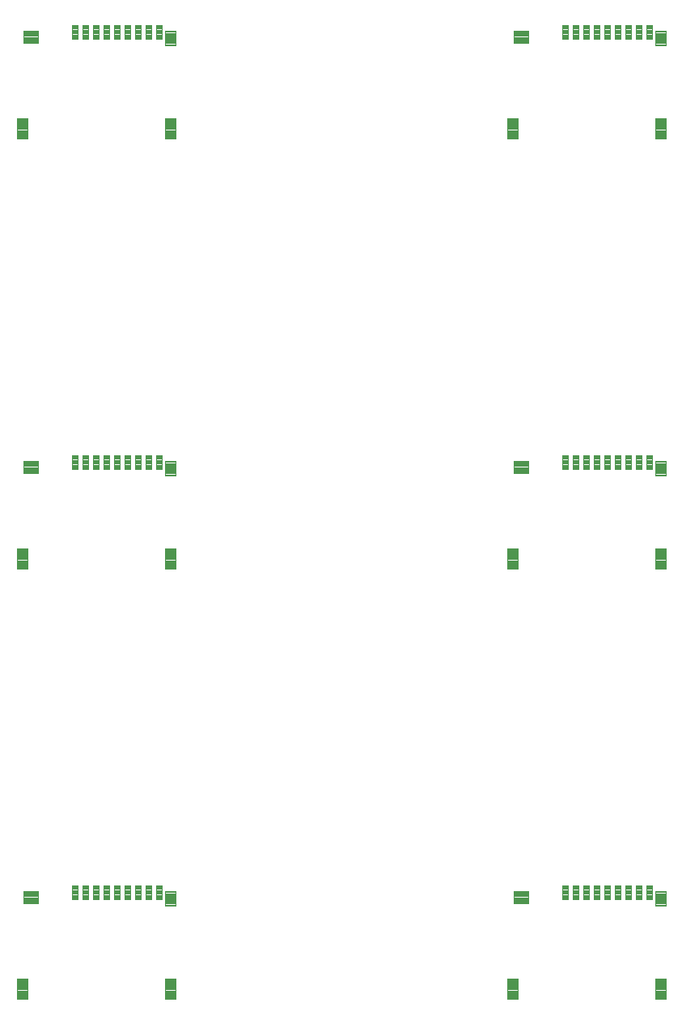
<source format=gbp>
G04 EAGLE Gerber RS-274X export*
G75*
%MOMM*%
%FSLAX34Y34*%
%LPD*%
%INSolderpaste Bottom*%
%IPPOS*%
%AMOC8*
5,1,8,0,0,1.08239X$1,22.5*%
G01*
%ADD10C,0.105000*%
%ADD11C,0.096000*%
%ADD12C,0.098000*%


D10*
X246950Y153623D02*
X246950Y138673D01*
X241000Y138673D01*
X241000Y153623D01*
X246950Y153623D01*
X246950Y139670D02*
X241000Y139670D01*
X241000Y140667D02*
X246950Y140667D01*
X246950Y141664D02*
X241000Y141664D01*
X241000Y142661D02*
X246950Y142661D01*
X246950Y143658D02*
X241000Y143658D01*
X241000Y144655D02*
X246950Y144655D01*
X246950Y145652D02*
X241000Y145652D01*
X241000Y146649D02*
X246950Y146649D01*
X246950Y147646D02*
X241000Y147646D01*
X241000Y148643D02*
X246950Y148643D01*
X246950Y149640D02*
X241000Y149640D01*
X241000Y150637D02*
X246950Y150637D01*
X246950Y151634D02*
X241000Y151634D01*
X241000Y152631D02*
X246950Y152631D01*
X235950Y153623D02*
X235950Y138673D01*
X230000Y138673D01*
X230000Y153623D01*
X235950Y153623D01*
X235950Y139670D02*
X230000Y139670D01*
X230000Y140667D02*
X235950Y140667D01*
X235950Y141664D02*
X230000Y141664D01*
X230000Y142661D02*
X235950Y142661D01*
X235950Y143658D02*
X230000Y143658D01*
X230000Y144655D02*
X235950Y144655D01*
X235950Y145652D02*
X230000Y145652D01*
X230000Y146649D02*
X235950Y146649D01*
X235950Y147646D02*
X230000Y147646D01*
X230000Y148643D02*
X235950Y148643D01*
X235950Y149640D02*
X230000Y149640D01*
X230000Y150637D02*
X235950Y150637D01*
X235950Y151634D02*
X230000Y151634D01*
X230000Y152631D02*
X235950Y152631D01*
X224950Y153623D02*
X224950Y138673D01*
X219000Y138673D01*
X219000Y153623D01*
X224950Y153623D01*
X224950Y139670D02*
X219000Y139670D01*
X219000Y140667D02*
X224950Y140667D01*
X224950Y141664D02*
X219000Y141664D01*
X219000Y142661D02*
X224950Y142661D01*
X224950Y143658D02*
X219000Y143658D01*
X219000Y144655D02*
X224950Y144655D01*
X224950Y145652D02*
X219000Y145652D01*
X219000Y146649D02*
X224950Y146649D01*
X224950Y147646D02*
X219000Y147646D01*
X219000Y148643D02*
X224950Y148643D01*
X224950Y149640D02*
X219000Y149640D01*
X219000Y150637D02*
X224950Y150637D01*
X224950Y151634D02*
X219000Y151634D01*
X219000Y152631D02*
X224950Y152631D01*
X257950Y153623D02*
X257950Y138673D01*
X252000Y138673D01*
X252000Y153623D01*
X257950Y153623D01*
X257950Y139670D02*
X252000Y139670D01*
X252000Y140667D02*
X257950Y140667D01*
X257950Y141664D02*
X252000Y141664D01*
X252000Y142661D02*
X257950Y142661D01*
X257950Y143658D02*
X252000Y143658D01*
X252000Y144655D02*
X257950Y144655D01*
X257950Y145652D02*
X252000Y145652D01*
X252000Y146649D02*
X257950Y146649D01*
X257950Y147646D02*
X252000Y147646D01*
X252000Y148643D02*
X257950Y148643D01*
X257950Y149640D02*
X252000Y149640D01*
X252000Y150637D02*
X257950Y150637D01*
X257950Y151634D02*
X252000Y151634D01*
X252000Y152631D02*
X257950Y152631D01*
X268950Y153623D02*
X268950Y138673D01*
X263000Y138673D01*
X263000Y153623D01*
X268950Y153623D01*
X268950Y139670D02*
X263000Y139670D01*
X263000Y140667D02*
X268950Y140667D01*
X268950Y141664D02*
X263000Y141664D01*
X263000Y142661D02*
X268950Y142661D01*
X268950Y143658D02*
X263000Y143658D01*
X263000Y144655D02*
X268950Y144655D01*
X268950Y145652D02*
X263000Y145652D01*
X263000Y146649D02*
X268950Y146649D01*
X268950Y147646D02*
X263000Y147646D01*
X263000Y148643D02*
X268950Y148643D01*
X268950Y149640D02*
X263000Y149640D01*
X263000Y150637D02*
X268950Y150637D01*
X268950Y151634D02*
X263000Y151634D01*
X263000Y152631D02*
X268950Y152631D01*
X279950Y153623D02*
X279950Y138673D01*
X274000Y138673D01*
X274000Y153623D01*
X279950Y153623D01*
X279950Y139670D02*
X274000Y139670D01*
X274000Y140667D02*
X279950Y140667D01*
X279950Y141664D02*
X274000Y141664D01*
X274000Y142661D02*
X279950Y142661D01*
X279950Y143658D02*
X274000Y143658D01*
X274000Y144655D02*
X279950Y144655D01*
X279950Y145652D02*
X274000Y145652D01*
X274000Y146649D02*
X279950Y146649D01*
X279950Y147646D02*
X274000Y147646D01*
X274000Y148643D02*
X279950Y148643D01*
X279950Y149640D02*
X274000Y149640D01*
X274000Y150637D02*
X279950Y150637D01*
X279950Y151634D02*
X274000Y151634D01*
X274000Y152631D02*
X279950Y152631D01*
X290950Y153623D02*
X290950Y138673D01*
X285000Y138673D01*
X285000Y153623D01*
X290950Y153623D01*
X290950Y139670D02*
X285000Y139670D01*
X285000Y140667D02*
X290950Y140667D01*
X290950Y141664D02*
X285000Y141664D01*
X285000Y142661D02*
X290950Y142661D01*
X290950Y143658D02*
X285000Y143658D01*
X285000Y144655D02*
X290950Y144655D01*
X290950Y145652D02*
X285000Y145652D01*
X285000Y146649D02*
X290950Y146649D01*
X290950Y147646D02*
X285000Y147646D01*
X285000Y148643D02*
X290950Y148643D01*
X290950Y149640D02*
X285000Y149640D01*
X285000Y150637D02*
X290950Y150637D01*
X290950Y151634D02*
X285000Y151634D01*
X285000Y152631D02*
X290950Y152631D01*
X301950Y153623D02*
X301950Y138673D01*
X296000Y138673D01*
X296000Y153623D01*
X301950Y153623D01*
X301950Y139670D02*
X296000Y139670D01*
X296000Y140667D02*
X301950Y140667D01*
X301950Y141664D02*
X296000Y141664D01*
X296000Y142661D02*
X301950Y142661D01*
X301950Y143658D02*
X296000Y143658D01*
X296000Y144655D02*
X301950Y144655D01*
X301950Y145652D02*
X296000Y145652D01*
X296000Y146649D02*
X301950Y146649D01*
X301950Y147646D02*
X296000Y147646D01*
X296000Y148643D02*
X301950Y148643D01*
X301950Y149640D02*
X296000Y149640D01*
X296000Y150637D02*
X301950Y150637D01*
X301950Y151634D02*
X296000Y151634D01*
X296000Y152631D02*
X301950Y152631D01*
X312950Y153623D02*
X312950Y138673D01*
X307000Y138673D01*
X307000Y153623D01*
X312950Y153623D01*
X312950Y139670D02*
X307000Y139670D01*
X307000Y140667D02*
X312950Y140667D01*
X312950Y141664D02*
X307000Y141664D01*
X307000Y142661D02*
X312950Y142661D01*
X312950Y143658D02*
X307000Y143658D01*
X307000Y144655D02*
X312950Y144655D01*
X312950Y145652D02*
X307000Y145652D01*
X307000Y146649D02*
X312950Y146649D01*
X312950Y147646D02*
X307000Y147646D01*
X307000Y148643D02*
X312950Y148643D01*
X312950Y149640D02*
X307000Y149640D01*
X307000Y150637D02*
X312950Y150637D01*
X312950Y151634D02*
X307000Y151634D01*
X307000Y152631D02*
X312950Y152631D01*
D11*
X172495Y55668D02*
X161455Y55668D01*
X172495Y55668D02*
X172495Y34628D01*
X161455Y34628D01*
X161455Y55668D01*
X161455Y35540D02*
X172495Y35540D01*
X172495Y36452D02*
X161455Y36452D01*
X161455Y37364D02*
X172495Y37364D01*
X172495Y38276D02*
X161455Y38276D01*
X161455Y39188D02*
X172495Y39188D01*
X172495Y40100D02*
X161455Y40100D01*
X161455Y41012D02*
X172495Y41012D01*
X172495Y41924D02*
X161455Y41924D01*
X161455Y42836D02*
X172495Y42836D01*
X172495Y43748D02*
X161455Y43748D01*
X161455Y44660D02*
X172495Y44660D01*
X172495Y45572D02*
X161455Y45572D01*
X161455Y46484D02*
X172495Y46484D01*
X172495Y47396D02*
X161455Y47396D01*
X161455Y48308D02*
X172495Y48308D01*
X172495Y49220D02*
X161455Y49220D01*
X161455Y50132D02*
X172495Y50132D01*
X172495Y51044D02*
X161455Y51044D01*
X161455Y51956D02*
X172495Y51956D01*
X172495Y52868D02*
X161455Y52868D01*
X161455Y53780D02*
X172495Y53780D01*
X172495Y54692D02*
X161455Y54692D01*
X161455Y55604D02*
X172495Y55604D01*
X316455Y55668D02*
X327495Y55668D01*
X327495Y34628D01*
X316455Y34628D01*
X316455Y55668D01*
X316455Y35540D02*
X327495Y35540D01*
X327495Y36452D02*
X316455Y36452D01*
X316455Y37364D02*
X327495Y37364D01*
X327495Y38276D02*
X316455Y38276D01*
X316455Y39188D02*
X327495Y39188D01*
X327495Y40100D02*
X316455Y40100D01*
X316455Y41012D02*
X327495Y41012D01*
X327495Y41924D02*
X316455Y41924D01*
X316455Y42836D02*
X327495Y42836D01*
X327495Y43748D02*
X316455Y43748D01*
X316455Y44660D02*
X327495Y44660D01*
X327495Y45572D02*
X316455Y45572D01*
X316455Y46484D02*
X327495Y46484D01*
X327495Y47396D02*
X316455Y47396D01*
X316455Y48308D02*
X327495Y48308D01*
X327495Y49220D02*
X316455Y49220D01*
X316455Y50132D02*
X327495Y50132D01*
X327495Y51044D02*
X316455Y51044D01*
X316455Y51956D02*
X327495Y51956D01*
X327495Y52868D02*
X316455Y52868D01*
X316455Y53780D02*
X327495Y53780D01*
X327495Y54692D02*
X316455Y54692D01*
X316455Y55604D02*
X327495Y55604D01*
D12*
X183485Y147658D02*
X168465Y147658D01*
X183485Y147658D02*
X183485Y134638D01*
X168465Y134638D01*
X168465Y147658D01*
X168465Y135569D02*
X183485Y135569D01*
X183485Y136500D02*
X168465Y136500D01*
X168465Y137431D02*
X183485Y137431D01*
X183485Y138362D02*
X168465Y138362D01*
X168465Y139293D02*
X183485Y139293D01*
X183485Y140224D02*
X168465Y140224D01*
X168465Y141155D02*
X183485Y141155D01*
X183485Y142086D02*
X168465Y142086D01*
X168465Y143017D02*
X183485Y143017D01*
X183485Y143948D02*
X168465Y143948D01*
X168465Y144879D02*
X183485Y144879D01*
X183485Y145810D02*
X168465Y145810D01*
X168465Y146741D02*
X183485Y146741D01*
D11*
X316455Y147668D02*
X327495Y147668D01*
X327495Y132628D01*
X316455Y132628D01*
X316455Y147668D01*
X316455Y133540D02*
X327495Y133540D01*
X327495Y134452D02*
X316455Y134452D01*
X316455Y135364D02*
X327495Y135364D01*
X327495Y136276D02*
X316455Y136276D01*
X316455Y137188D02*
X327495Y137188D01*
X327495Y138100D02*
X316455Y138100D01*
X316455Y139012D02*
X327495Y139012D01*
X327495Y139924D02*
X316455Y139924D01*
X316455Y140836D02*
X327495Y140836D01*
X327495Y141748D02*
X316455Y141748D01*
X316455Y142660D02*
X327495Y142660D01*
X327495Y143572D02*
X316455Y143572D01*
X316455Y144484D02*
X327495Y144484D01*
X327495Y145396D02*
X316455Y145396D01*
X316455Y146308D02*
X327495Y146308D01*
X327495Y147220D02*
X316455Y147220D01*
D10*
X760030Y153623D02*
X760030Y138673D01*
X754080Y138673D01*
X754080Y153623D01*
X760030Y153623D01*
X760030Y139670D02*
X754080Y139670D01*
X754080Y140667D02*
X760030Y140667D01*
X760030Y141664D02*
X754080Y141664D01*
X754080Y142661D02*
X760030Y142661D01*
X760030Y143658D02*
X754080Y143658D01*
X754080Y144655D02*
X760030Y144655D01*
X760030Y145652D02*
X754080Y145652D01*
X754080Y146649D02*
X760030Y146649D01*
X760030Y147646D02*
X754080Y147646D01*
X754080Y148643D02*
X760030Y148643D01*
X760030Y149640D02*
X754080Y149640D01*
X754080Y150637D02*
X760030Y150637D01*
X760030Y151634D02*
X754080Y151634D01*
X754080Y152631D02*
X760030Y152631D01*
X749030Y153623D02*
X749030Y138673D01*
X743080Y138673D01*
X743080Y153623D01*
X749030Y153623D01*
X749030Y139670D02*
X743080Y139670D01*
X743080Y140667D02*
X749030Y140667D01*
X749030Y141664D02*
X743080Y141664D01*
X743080Y142661D02*
X749030Y142661D01*
X749030Y143658D02*
X743080Y143658D01*
X743080Y144655D02*
X749030Y144655D01*
X749030Y145652D02*
X743080Y145652D01*
X743080Y146649D02*
X749030Y146649D01*
X749030Y147646D02*
X743080Y147646D01*
X743080Y148643D02*
X749030Y148643D01*
X749030Y149640D02*
X743080Y149640D01*
X743080Y150637D02*
X749030Y150637D01*
X749030Y151634D02*
X743080Y151634D01*
X743080Y152631D02*
X749030Y152631D01*
X738030Y153623D02*
X738030Y138673D01*
X732080Y138673D01*
X732080Y153623D01*
X738030Y153623D01*
X738030Y139670D02*
X732080Y139670D01*
X732080Y140667D02*
X738030Y140667D01*
X738030Y141664D02*
X732080Y141664D01*
X732080Y142661D02*
X738030Y142661D01*
X738030Y143658D02*
X732080Y143658D01*
X732080Y144655D02*
X738030Y144655D01*
X738030Y145652D02*
X732080Y145652D01*
X732080Y146649D02*
X738030Y146649D01*
X738030Y147646D02*
X732080Y147646D01*
X732080Y148643D02*
X738030Y148643D01*
X738030Y149640D02*
X732080Y149640D01*
X732080Y150637D02*
X738030Y150637D01*
X738030Y151634D02*
X732080Y151634D01*
X732080Y152631D02*
X738030Y152631D01*
X771030Y153623D02*
X771030Y138673D01*
X765080Y138673D01*
X765080Y153623D01*
X771030Y153623D01*
X771030Y139670D02*
X765080Y139670D01*
X765080Y140667D02*
X771030Y140667D01*
X771030Y141664D02*
X765080Y141664D01*
X765080Y142661D02*
X771030Y142661D01*
X771030Y143658D02*
X765080Y143658D01*
X765080Y144655D02*
X771030Y144655D01*
X771030Y145652D02*
X765080Y145652D01*
X765080Y146649D02*
X771030Y146649D01*
X771030Y147646D02*
X765080Y147646D01*
X765080Y148643D02*
X771030Y148643D01*
X771030Y149640D02*
X765080Y149640D01*
X765080Y150637D02*
X771030Y150637D01*
X771030Y151634D02*
X765080Y151634D01*
X765080Y152631D02*
X771030Y152631D01*
X782030Y153623D02*
X782030Y138673D01*
X776080Y138673D01*
X776080Y153623D01*
X782030Y153623D01*
X782030Y139670D02*
X776080Y139670D01*
X776080Y140667D02*
X782030Y140667D01*
X782030Y141664D02*
X776080Y141664D01*
X776080Y142661D02*
X782030Y142661D01*
X782030Y143658D02*
X776080Y143658D01*
X776080Y144655D02*
X782030Y144655D01*
X782030Y145652D02*
X776080Y145652D01*
X776080Y146649D02*
X782030Y146649D01*
X782030Y147646D02*
X776080Y147646D01*
X776080Y148643D02*
X782030Y148643D01*
X782030Y149640D02*
X776080Y149640D01*
X776080Y150637D02*
X782030Y150637D01*
X782030Y151634D02*
X776080Y151634D01*
X776080Y152631D02*
X782030Y152631D01*
X793030Y153623D02*
X793030Y138673D01*
X787080Y138673D01*
X787080Y153623D01*
X793030Y153623D01*
X793030Y139670D02*
X787080Y139670D01*
X787080Y140667D02*
X793030Y140667D01*
X793030Y141664D02*
X787080Y141664D01*
X787080Y142661D02*
X793030Y142661D01*
X793030Y143658D02*
X787080Y143658D01*
X787080Y144655D02*
X793030Y144655D01*
X793030Y145652D02*
X787080Y145652D01*
X787080Y146649D02*
X793030Y146649D01*
X793030Y147646D02*
X787080Y147646D01*
X787080Y148643D02*
X793030Y148643D01*
X793030Y149640D02*
X787080Y149640D01*
X787080Y150637D02*
X793030Y150637D01*
X793030Y151634D02*
X787080Y151634D01*
X787080Y152631D02*
X793030Y152631D01*
X804030Y153623D02*
X804030Y138673D01*
X798080Y138673D01*
X798080Y153623D01*
X804030Y153623D01*
X804030Y139670D02*
X798080Y139670D01*
X798080Y140667D02*
X804030Y140667D01*
X804030Y141664D02*
X798080Y141664D01*
X798080Y142661D02*
X804030Y142661D01*
X804030Y143658D02*
X798080Y143658D01*
X798080Y144655D02*
X804030Y144655D01*
X804030Y145652D02*
X798080Y145652D01*
X798080Y146649D02*
X804030Y146649D01*
X804030Y147646D02*
X798080Y147646D01*
X798080Y148643D02*
X804030Y148643D01*
X804030Y149640D02*
X798080Y149640D01*
X798080Y150637D02*
X804030Y150637D01*
X804030Y151634D02*
X798080Y151634D01*
X798080Y152631D02*
X804030Y152631D01*
X815030Y153623D02*
X815030Y138673D01*
X809080Y138673D01*
X809080Y153623D01*
X815030Y153623D01*
X815030Y139670D02*
X809080Y139670D01*
X809080Y140667D02*
X815030Y140667D01*
X815030Y141664D02*
X809080Y141664D01*
X809080Y142661D02*
X815030Y142661D01*
X815030Y143658D02*
X809080Y143658D01*
X809080Y144655D02*
X815030Y144655D01*
X815030Y145652D02*
X809080Y145652D01*
X809080Y146649D02*
X815030Y146649D01*
X815030Y147646D02*
X809080Y147646D01*
X809080Y148643D02*
X815030Y148643D01*
X815030Y149640D02*
X809080Y149640D01*
X809080Y150637D02*
X815030Y150637D01*
X815030Y151634D02*
X809080Y151634D01*
X809080Y152631D02*
X815030Y152631D01*
X826030Y153623D02*
X826030Y138673D01*
X820080Y138673D01*
X820080Y153623D01*
X826030Y153623D01*
X826030Y139670D02*
X820080Y139670D01*
X820080Y140667D02*
X826030Y140667D01*
X826030Y141664D02*
X820080Y141664D01*
X820080Y142661D02*
X826030Y142661D01*
X826030Y143658D02*
X820080Y143658D01*
X820080Y144655D02*
X826030Y144655D01*
X826030Y145652D02*
X820080Y145652D01*
X820080Y146649D02*
X826030Y146649D01*
X826030Y147646D02*
X820080Y147646D01*
X820080Y148643D02*
X826030Y148643D01*
X826030Y149640D02*
X820080Y149640D01*
X820080Y150637D02*
X826030Y150637D01*
X826030Y151634D02*
X820080Y151634D01*
X820080Y152631D02*
X826030Y152631D01*
D11*
X685575Y55668D02*
X674535Y55668D01*
X685575Y55668D02*
X685575Y34628D01*
X674535Y34628D01*
X674535Y55668D01*
X674535Y35540D02*
X685575Y35540D01*
X685575Y36452D02*
X674535Y36452D01*
X674535Y37364D02*
X685575Y37364D01*
X685575Y38276D02*
X674535Y38276D01*
X674535Y39188D02*
X685575Y39188D01*
X685575Y40100D02*
X674535Y40100D01*
X674535Y41012D02*
X685575Y41012D01*
X685575Y41924D02*
X674535Y41924D01*
X674535Y42836D02*
X685575Y42836D01*
X685575Y43748D02*
X674535Y43748D01*
X674535Y44660D02*
X685575Y44660D01*
X685575Y45572D02*
X674535Y45572D01*
X674535Y46484D02*
X685575Y46484D01*
X685575Y47396D02*
X674535Y47396D01*
X674535Y48308D02*
X685575Y48308D01*
X685575Y49220D02*
X674535Y49220D01*
X674535Y50132D02*
X685575Y50132D01*
X685575Y51044D02*
X674535Y51044D01*
X674535Y51956D02*
X685575Y51956D01*
X685575Y52868D02*
X674535Y52868D01*
X674535Y53780D02*
X685575Y53780D01*
X685575Y54692D02*
X674535Y54692D01*
X674535Y55604D02*
X685575Y55604D01*
X829535Y55668D02*
X840575Y55668D01*
X840575Y34628D01*
X829535Y34628D01*
X829535Y55668D01*
X829535Y35540D02*
X840575Y35540D01*
X840575Y36452D02*
X829535Y36452D01*
X829535Y37364D02*
X840575Y37364D01*
X840575Y38276D02*
X829535Y38276D01*
X829535Y39188D02*
X840575Y39188D01*
X840575Y40100D02*
X829535Y40100D01*
X829535Y41012D02*
X840575Y41012D01*
X840575Y41924D02*
X829535Y41924D01*
X829535Y42836D02*
X840575Y42836D01*
X840575Y43748D02*
X829535Y43748D01*
X829535Y44660D02*
X840575Y44660D01*
X840575Y45572D02*
X829535Y45572D01*
X829535Y46484D02*
X840575Y46484D01*
X840575Y47396D02*
X829535Y47396D01*
X829535Y48308D02*
X840575Y48308D01*
X840575Y49220D02*
X829535Y49220D01*
X829535Y50132D02*
X840575Y50132D01*
X840575Y51044D02*
X829535Y51044D01*
X829535Y51956D02*
X840575Y51956D01*
X840575Y52868D02*
X829535Y52868D01*
X829535Y53780D02*
X840575Y53780D01*
X840575Y54692D02*
X829535Y54692D01*
X829535Y55604D02*
X840575Y55604D01*
D12*
X696565Y147658D02*
X681545Y147658D01*
X696565Y147658D02*
X696565Y134638D01*
X681545Y134638D01*
X681545Y147658D01*
X681545Y135569D02*
X696565Y135569D01*
X696565Y136500D02*
X681545Y136500D01*
X681545Y137431D02*
X696565Y137431D01*
X696565Y138362D02*
X681545Y138362D01*
X681545Y139293D02*
X696565Y139293D01*
X696565Y140224D02*
X681545Y140224D01*
X681545Y141155D02*
X696565Y141155D01*
X696565Y142086D02*
X681545Y142086D01*
X681545Y143017D02*
X696565Y143017D01*
X696565Y143948D02*
X681545Y143948D01*
X681545Y144879D02*
X696565Y144879D01*
X696565Y145810D02*
X681545Y145810D01*
X681545Y146741D02*
X696565Y146741D01*
D11*
X829535Y147668D02*
X840575Y147668D01*
X840575Y132628D01*
X829535Y132628D01*
X829535Y147668D01*
X829535Y133540D02*
X840575Y133540D01*
X840575Y134452D02*
X829535Y134452D01*
X829535Y135364D02*
X840575Y135364D01*
X840575Y136276D02*
X829535Y136276D01*
X829535Y137188D02*
X840575Y137188D01*
X840575Y138100D02*
X829535Y138100D01*
X829535Y139012D02*
X840575Y139012D01*
X840575Y139924D02*
X829535Y139924D01*
X829535Y140836D02*
X840575Y140836D01*
X840575Y141748D02*
X829535Y141748D01*
X829535Y142660D02*
X840575Y142660D01*
X840575Y143572D02*
X829535Y143572D01*
X829535Y144484D02*
X840575Y144484D01*
X840575Y145396D02*
X829535Y145396D01*
X829535Y146308D02*
X840575Y146308D01*
X840575Y147220D02*
X829535Y147220D01*
D10*
X246950Y588253D02*
X246950Y603203D01*
X246950Y588253D02*
X241000Y588253D01*
X241000Y603203D01*
X246950Y603203D01*
X246950Y589250D02*
X241000Y589250D01*
X241000Y590247D02*
X246950Y590247D01*
X246950Y591244D02*
X241000Y591244D01*
X241000Y592241D02*
X246950Y592241D01*
X246950Y593238D02*
X241000Y593238D01*
X241000Y594235D02*
X246950Y594235D01*
X246950Y595232D02*
X241000Y595232D01*
X241000Y596229D02*
X246950Y596229D01*
X246950Y597226D02*
X241000Y597226D01*
X241000Y598223D02*
X246950Y598223D01*
X246950Y599220D02*
X241000Y599220D01*
X241000Y600217D02*
X246950Y600217D01*
X246950Y601214D02*
X241000Y601214D01*
X241000Y602211D02*
X246950Y602211D01*
X235950Y603203D02*
X235950Y588253D01*
X230000Y588253D01*
X230000Y603203D01*
X235950Y603203D01*
X235950Y589250D02*
X230000Y589250D01*
X230000Y590247D02*
X235950Y590247D01*
X235950Y591244D02*
X230000Y591244D01*
X230000Y592241D02*
X235950Y592241D01*
X235950Y593238D02*
X230000Y593238D01*
X230000Y594235D02*
X235950Y594235D01*
X235950Y595232D02*
X230000Y595232D01*
X230000Y596229D02*
X235950Y596229D01*
X235950Y597226D02*
X230000Y597226D01*
X230000Y598223D02*
X235950Y598223D01*
X235950Y599220D02*
X230000Y599220D01*
X230000Y600217D02*
X235950Y600217D01*
X235950Y601214D02*
X230000Y601214D01*
X230000Y602211D02*
X235950Y602211D01*
X224950Y603203D02*
X224950Y588253D01*
X219000Y588253D01*
X219000Y603203D01*
X224950Y603203D01*
X224950Y589250D02*
X219000Y589250D01*
X219000Y590247D02*
X224950Y590247D01*
X224950Y591244D02*
X219000Y591244D01*
X219000Y592241D02*
X224950Y592241D01*
X224950Y593238D02*
X219000Y593238D01*
X219000Y594235D02*
X224950Y594235D01*
X224950Y595232D02*
X219000Y595232D01*
X219000Y596229D02*
X224950Y596229D01*
X224950Y597226D02*
X219000Y597226D01*
X219000Y598223D02*
X224950Y598223D01*
X224950Y599220D02*
X219000Y599220D01*
X219000Y600217D02*
X224950Y600217D01*
X224950Y601214D02*
X219000Y601214D01*
X219000Y602211D02*
X224950Y602211D01*
X257950Y603203D02*
X257950Y588253D01*
X252000Y588253D01*
X252000Y603203D01*
X257950Y603203D01*
X257950Y589250D02*
X252000Y589250D01*
X252000Y590247D02*
X257950Y590247D01*
X257950Y591244D02*
X252000Y591244D01*
X252000Y592241D02*
X257950Y592241D01*
X257950Y593238D02*
X252000Y593238D01*
X252000Y594235D02*
X257950Y594235D01*
X257950Y595232D02*
X252000Y595232D01*
X252000Y596229D02*
X257950Y596229D01*
X257950Y597226D02*
X252000Y597226D01*
X252000Y598223D02*
X257950Y598223D01*
X257950Y599220D02*
X252000Y599220D01*
X252000Y600217D02*
X257950Y600217D01*
X257950Y601214D02*
X252000Y601214D01*
X252000Y602211D02*
X257950Y602211D01*
X268950Y603203D02*
X268950Y588253D01*
X263000Y588253D01*
X263000Y603203D01*
X268950Y603203D01*
X268950Y589250D02*
X263000Y589250D01*
X263000Y590247D02*
X268950Y590247D01*
X268950Y591244D02*
X263000Y591244D01*
X263000Y592241D02*
X268950Y592241D01*
X268950Y593238D02*
X263000Y593238D01*
X263000Y594235D02*
X268950Y594235D01*
X268950Y595232D02*
X263000Y595232D01*
X263000Y596229D02*
X268950Y596229D01*
X268950Y597226D02*
X263000Y597226D01*
X263000Y598223D02*
X268950Y598223D01*
X268950Y599220D02*
X263000Y599220D01*
X263000Y600217D02*
X268950Y600217D01*
X268950Y601214D02*
X263000Y601214D01*
X263000Y602211D02*
X268950Y602211D01*
X279950Y603203D02*
X279950Y588253D01*
X274000Y588253D01*
X274000Y603203D01*
X279950Y603203D01*
X279950Y589250D02*
X274000Y589250D01*
X274000Y590247D02*
X279950Y590247D01*
X279950Y591244D02*
X274000Y591244D01*
X274000Y592241D02*
X279950Y592241D01*
X279950Y593238D02*
X274000Y593238D01*
X274000Y594235D02*
X279950Y594235D01*
X279950Y595232D02*
X274000Y595232D01*
X274000Y596229D02*
X279950Y596229D01*
X279950Y597226D02*
X274000Y597226D01*
X274000Y598223D02*
X279950Y598223D01*
X279950Y599220D02*
X274000Y599220D01*
X274000Y600217D02*
X279950Y600217D01*
X279950Y601214D02*
X274000Y601214D01*
X274000Y602211D02*
X279950Y602211D01*
X290950Y603203D02*
X290950Y588253D01*
X285000Y588253D01*
X285000Y603203D01*
X290950Y603203D01*
X290950Y589250D02*
X285000Y589250D01*
X285000Y590247D02*
X290950Y590247D01*
X290950Y591244D02*
X285000Y591244D01*
X285000Y592241D02*
X290950Y592241D01*
X290950Y593238D02*
X285000Y593238D01*
X285000Y594235D02*
X290950Y594235D01*
X290950Y595232D02*
X285000Y595232D01*
X285000Y596229D02*
X290950Y596229D01*
X290950Y597226D02*
X285000Y597226D01*
X285000Y598223D02*
X290950Y598223D01*
X290950Y599220D02*
X285000Y599220D01*
X285000Y600217D02*
X290950Y600217D01*
X290950Y601214D02*
X285000Y601214D01*
X285000Y602211D02*
X290950Y602211D01*
X301950Y603203D02*
X301950Y588253D01*
X296000Y588253D01*
X296000Y603203D01*
X301950Y603203D01*
X301950Y589250D02*
X296000Y589250D01*
X296000Y590247D02*
X301950Y590247D01*
X301950Y591244D02*
X296000Y591244D01*
X296000Y592241D02*
X301950Y592241D01*
X301950Y593238D02*
X296000Y593238D01*
X296000Y594235D02*
X301950Y594235D01*
X301950Y595232D02*
X296000Y595232D01*
X296000Y596229D02*
X301950Y596229D01*
X301950Y597226D02*
X296000Y597226D01*
X296000Y598223D02*
X301950Y598223D01*
X301950Y599220D02*
X296000Y599220D01*
X296000Y600217D02*
X301950Y600217D01*
X301950Y601214D02*
X296000Y601214D01*
X296000Y602211D02*
X301950Y602211D01*
X312950Y603203D02*
X312950Y588253D01*
X307000Y588253D01*
X307000Y603203D01*
X312950Y603203D01*
X312950Y589250D02*
X307000Y589250D01*
X307000Y590247D02*
X312950Y590247D01*
X312950Y591244D02*
X307000Y591244D01*
X307000Y592241D02*
X312950Y592241D01*
X312950Y593238D02*
X307000Y593238D01*
X307000Y594235D02*
X312950Y594235D01*
X312950Y595232D02*
X307000Y595232D01*
X307000Y596229D02*
X312950Y596229D01*
X312950Y597226D02*
X307000Y597226D01*
X307000Y598223D02*
X312950Y598223D01*
X312950Y599220D02*
X307000Y599220D01*
X307000Y600217D02*
X312950Y600217D01*
X312950Y601214D02*
X307000Y601214D01*
X307000Y602211D02*
X312950Y602211D01*
D11*
X172495Y505248D02*
X161455Y505248D01*
X172495Y505248D02*
X172495Y484208D01*
X161455Y484208D01*
X161455Y505248D01*
X161455Y485120D02*
X172495Y485120D01*
X172495Y486032D02*
X161455Y486032D01*
X161455Y486944D02*
X172495Y486944D01*
X172495Y487856D02*
X161455Y487856D01*
X161455Y488768D02*
X172495Y488768D01*
X172495Y489680D02*
X161455Y489680D01*
X161455Y490592D02*
X172495Y490592D01*
X172495Y491504D02*
X161455Y491504D01*
X161455Y492416D02*
X172495Y492416D01*
X172495Y493328D02*
X161455Y493328D01*
X161455Y494240D02*
X172495Y494240D01*
X172495Y495152D02*
X161455Y495152D01*
X161455Y496064D02*
X172495Y496064D01*
X172495Y496976D02*
X161455Y496976D01*
X161455Y497888D02*
X172495Y497888D01*
X172495Y498800D02*
X161455Y498800D01*
X161455Y499712D02*
X172495Y499712D01*
X172495Y500624D02*
X161455Y500624D01*
X161455Y501536D02*
X172495Y501536D01*
X172495Y502448D02*
X161455Y502448D01*
X161455Y503360D02*
X172495Y503360D01*
X172495Y504272D02*
X161455Y504272D01*
X161455Y505184D02*
X172495Y505184D01*
X316455Y505248D02*
X327495Y505248D01*
X327495Y484208D01*
X316455Y484208D01*
X316455Y505248D01*
X316455Y485120D02*
X327495Y485120D01*
X327495Y486032D02*
X316455Y486032D01*
X316455Y486944D02*
X327495Y486944D01*
X327495Y487856D02*
X316455Y487856D01*
X316455Y488768D02*
X327495Y488768D01*
X327495Y489680D02*
X316455Y489680D01*
X316455Y490592D02*
X327495Y490592D01*
X327495Y491504D02*
X316455Y491504D01*
X316455Y492416D02*
X327495Y492416D01*
X327495Y493328D02*
X316455Y493328D01*
X316455Y494240D02*
X327495Y494240D01*
X327495Y495152D02*
X316455Y495152D01*
X316455Y496064D02*
X327495Y496064D01*
X327495Y496976D02*
X316455Y496976D01*
X316455Y497888D02*
X327495Y497888D01*
X327495Y498800D02*
X316455Y498800D01*
X316455Y499712D02*
X327495Y499712D01*
X327495Y500624D02*
X316455Y500624D01*
X316455Y501536D02*
X327495Y501536D01*
X327495Y502448D02*
X316455Y502448D01*
X316455Y503360D02*
X327495Y503360D01*
X327495Y504272D02*
X316455Y504272D01*
X316455Y505184D02*
X327495Y505184D01*
D12*
X183485Y597238D02*
X168465Y597238D01*
X183485Y597238D02*
X183485Y584218D01*
X168465Y584218D01*
X168465Y597238D01*
X168465Y585149D02*
X183485Y585149D01*
X183485Y586080D02*
X168465Y586080D01*
X168465Y587011D02*
X183485Y587011D01*
X183485Y587942D02*
X168465Y587942D01*
X168465Y588873D02*
X183485Y588873D01*
X183485Y589804D02*
X168465Y589804D01*
X168465Y590735D02*
X183485Y590735D01*
X183485Y591666D02*
X168465Y591666D01*
X168465Y592597D02*
X183485Y592597D01*
X183485Y593528D02*
X168465Y593528D01*
X168465Y594459D02*
X183485Y594459D01*
X183485Y595390D02*
X168465Y595390D01*
X168465Y596321D02*
X183485Y596321D01*
D11*
X316455Y597248D02*
X327495Y597248D01*
X327495Y582208D01*
X316455Y582208D01*
X316455Y597248D01*
X316455Y583120D02*
X327495Y583120D01*
X327495Y584032D02*
X316455Y584032D01*
X316455Y584944D02*
X327495Y584944D01*
X327495Y585856D02*
X316455Y585856D01*
X316455Y586768D02*
X327495Y586768D01*
X327495Y587680D02*
X316455Y587680D01*
X316455Y588592D02*
X327495Y588592D01*
X327495Y589504D02*
X316455Y589504D01*
X316455Y590416D02*
X327495Y590416D01*
X327495Y591328D02*
X316455Y591328D01*
X316455Y592240D02*
X327495Y592240D01*
X327495Y593152D02*
X316455Y593152D01*
X316455Y594064D02*
X327495Y594064D01*
X327495Y594976D02*
X316455Y594976D01*
X316455Y595888D02*
X327495Y595888D01*
X327495Y596800D02*
X316455Y596800D01*
D10*
X760030Y603203D02*
X760030Y588253D01*
X754080Y588253D01*
X754080Y603203D01*
X760030Y603203D01*
X760030Y589250D02*
X754080Y589250D01*
X754080Y590247D02*
X760030Y590247D01*
X760030Y591244D02*
X754080Y591244D01*
X754080Y592241D02*
X760030Y592241D01*
X760030Y593238D02*
X754080Y593238D01*
X754080Y594235D02*
X760030Y594235D01*
X760030Y595232D02*
X754080Y595232D01*
X754080Y596229D02*
X760030Y596229D01*
X760030Y597226D02*
X754080Y597226D01*
X754080Y598223D02*
X760030Y598223D01*
X760030Y599220D02*
X754080Y599220D01*
X754080Y600217D02*
X760030Y600217D01*
X760030Y601214D02*
X754080Y601214D01*
X754080Y602211D02*
X760030Y602211D01*
X749030Y603203D02*
X749030Y588253D01*
X743080Y588253D01*
X743080Y603203D01*
X749030Y603203D01*
X749030Y589250D02*
X743080Y589250D01*
X743080Y590247D02*
X749030Y590247D01*
X749030Y591244D02*
X743080Y591244D01*
X743080Y592241D02*
X749030Y592241D01*
X749030Y593238D02*
X743080Y593238D01*
X743080Y594235D02*
X749030Y594235D01*
X749030Y595232D02*
X743080Y595232D01*
X743080Y596229D02*
X749030Y596229D01*
X749030Y597226D02*
X743080Y597226D01*
X743080Y598223D02*
X749030Y598223D01*
X749030Y599220D02*
X743080Y599220D01*
X743080Y600217D02*
X749030Y600217D01*
X749030Y601214D02*
X743080Y601214D01*
X743080Y602211D02*
X749030Y602211D01*
X738030Y603203D02*
X738030Y588253D01*
X732080Y588253D01*
X732080Y603203D01*
X738030Y603203D01*
X738030Y589250D02*
X732080Y589250D01*
X732080Y590247D02*
X738030Y590247D01*
X738030Y591244D02*
X732080Y591244D01*
X732080Y592241D02*
X738030Y592241D01*
X738030Y593238D02*
X732080Y593238D01*
X732080Y594235D02*
X738030Y594235D01*
X738030Y595232D02*
X732080Y595232D01*
X732080Y596229D02*
X738030Y596229D01*
X738030Y597226D02*
X732080Y597226D01*
X732080Y598223D02*
X738030Y598223D01*
X738030Y599220D02*
X732080Y599220D01*
X732080Y600217D02*
X738030Y600217D01*
X738030Y601214D02*
X732080Y601214D01*
X732080Y602211D02*
X738030Y602211D01*
X771030Y603203D02*
X771030Y588253D01*
X765080Y588253D01*
X765080Y603203D01*
X771030Y603203D01*
X771030Y589250D02*
X765080Y589250D01*
X765080Y590247D02*
X771030Y590247D01*
X771030Y591244D02*
X765080Y591244D01*
X765080Y592241D02*
X771030Y592241D01*
X771030Y593238D02*
X765080Y593238D01*
X765080Y594235D02*
X771030Y594235D01*
X771030Y595232D02*
X765080Y595232D01*
X765080Y596229D02*
X771030Y596229D01*
X771030Y597226D02*
X765080Y597226D01*
X765080Y598223D02*
X771030Y598223D01*
X771030Y599220D02*
X765080Y599220D01*
X765080Y600217D02*
X771030Y600217D01*
X771030Y601214D02*
X765080Y601214D01*
X765080Y602211D02*
X771030Y602211D01*
X782030Y603203D02*
X782030Y588253D01*
X776080Y588253D01*
X776080Y603203D01*
X782030Y603203D01*
X782030Y589250D02*
X776080Y589250D01*
X776080Y590247D02*
X782030Y590247D01*
X782030Y591244D02*
X776080Y591244D01*
X776080Y592241D02*
X782030Y592241D01*
X782030Y593238D02*
X776080Y593238D01*
X776080Y594235D02*
X782030Y594235D01*
X782030Y595232D02*
X776080Y595232D01*
X776080Y596229D02*
X782030Y596229D01*
X782030Y597226D02*
X776080Y597226D01*
X776080Y598223D02*
X782030Y598223D01*
X782030Y599220D02*
X776080Y599220D01*
X776080Y600217D02*
X782030Y600217D01*
X782030Y601214D02*
X776080Y601214D01*
X776080Y602211D02*
X782030Y602211D01*
X793030Y603203D02*
X793030Y588253D01*
X787080Y588253D01*
X787080Y603203D01*
X793030Y603203D01*
X793030Y589250D02*
X787080Y589250D01*
X787080Y590247D02*
X793030Y590247D01*
X793030Y591244D02*
X787080Y591244D01*
X787080Y592241D02*
X793030Y592241D01*
X793030Y593238D02*
X787080Y593238D01*
X787080Y594235D02*
X793030Y594235D01*
X793030Y595232D02*
X787080Y595232D01*
X787080Y596229D02*
X793030Y596229D01*
X793030Y597226D02*
X787080Y597226D01*
X787080Y598223D02*
X793030Y598223D01*
X793030Y599220D02*
X787080Y599220D01*
X787080Y600217D02*
X793030Y600217D01*
X793030Y601214D02*
X787080Y601214D01*
X787080Y602211D02*
X793030Y602211D01*
X804030Y603203D02*
X804030Y588253D01*
X798080Y588253D01*
X798080Y603203D01*
X804030Y603203D01*
X804030Y589250D02*
X798080Y589250D01*
X798080Y590247D02*
X804030Y590247D01*
X804030Y591244D02*
X798080Y591244D01*
X798080Y592241D02*
X804030Y592241D01*
X804030Y593238D02*
X798080Y593238D01*
X798080Y594235D02*
X804030Y594235D01*
X804030Y595232D02*
X798080Y595232D01*
X798080Y596229D02*
X804030Y596229D01*
X804030Y597226D02*
X798080Y597226D01*
X798080Y598223D02*
X804030Y598223D01*
X804030Y599220D02*
X798080Y599220D01*
X798080Y600217D02*
X804030Y600217D01*
X804030Y601214D02*
X798080Y601214D01*
X798080Y602211D02*
X804030Y602211D01*
X815030Y603203D02*
X815030Y588253D01*
X809080Y588253D01*
X809080Y603203D01*
X815030Y603203D01*
X815030Y589250D02*
X809080Y589250D01*
X809080Y590247D02*
X815030Y590247D01*
X815030Y591244D02*
X809080Y591244D01*
X809080Y592241D02*
X815030Y592241D01*
X815030Y593238D02*
X809080Y593238D01*
X809080Y594235D02*
X815030Y594235D01*
X815030Y595232D02*
X809080Y595232D01*
X809080Y596229D02*
X815030Y596229D01*
X815030Y597226D02*
X809080Y597226D01*
X809080Y598223D02*
X815030Y598223D01*
X815030Y599220D02*
X809080Y599220D01*
X809080Y600217D02*
X815030Y600217D01*
X815030Y601214D02*
X809080Y601214D01*
X809080Y602211D02*
X815030Y602211D01*
X826030Y603203D02*
X826030Y588253D01*
X820080Y588253D01*
X820080Y603203D01*
X826030Y603203D01*
X826030Y589250D02*
X820080Y589250D01*
X820080Y590247D02*
X826030Y590247D01*
X826030Y591244D02*
X820080Y591244D01*
X820080Y592241D02*
X826030Y592241D01*
X826030Y593238D02*
X820080Y593238D01*
X820080Y594235D02*
X826030Y594235D01*
X826030Y595232D02*
X820080Y595232D01*
X820080Y596229D02*
X826030Y596229D01*
X826030Y597226D02*
X820080Y597226D01*
X820080Y598223D02*
X826030Y598223D01*
X826030Y599220D02*
X820080Y599220D01*
X820080Y600217D02*
X826030Y600217D01*
X826030Y601214D02*
X820080Y601214D01*
X820080Y602211D02*
X826030Y602211D01*
D11*
X685575Y505248D02*
X674535Y505248D01*
X685575Y505248D02*
X685575Y484208D01*
X674535Y484208D01*
X674535Y505248D01*
X674535Y485120D02*
X685575Y485120D01*
X685575Y486032D02*
X674535Y486032D01*
X674535Y486944D02*
X685575Y486944D01*
X685575Y487856D02*
X674535Y487856D01*
X674535Y488768D02*
X685575Y488768D01*
X685575Y489680D02*
X674535Y489680D01*
X674535Y490592D02*
X685575Y490592D01*
X685575Y491504D02*
X674535Y491504D01*
X674535Y492416D02*
X685575Y492416D01*
X685575Y493328D02*
X674535Y493328D01*
X674535Y494240D02*
X685575Y494240D01*
X685575Y495152D02*
X674535Y495152D01*
X674535Y496064D02*
X685575Y496064D01*
X685575Y496976D02*
X674535Y496976D01*
X674535Y497888D02*
X685575Y497888D01*
X685575Y498800D02*
X674535Y498800D01*
X674535Y499712D02*
X685575Y499712D01*
X685575Y500624D02*
X674535Y500624D01*
X674535Y501536D02*
X685575Y501536D01*
X685575Y502448D02*
X674535Y502448D01*
X674535Y503360D02*
X685575Y503360D01*
X685575Y504272D02*
X674535Y504272D01*
X674535Y505184D02*
X685575Y505184D01*
X829535Y505248D02*
X840575Y505248D01*
X840575Y484208D01*
X829535Y484208D01*
X829535Y505248D01*
X829535Y485120D02*
X840575Y485120D01*
X840575Y486032D02*
X829535Y486032D01*
X829535Y486944D02*
X840575Y486944D01*
X840575Y487856D02*
X829535Y487856D01*
X829535Y488768D02*
X840575Y488768D01*
X840575Y489680D02*
X829535Y489680D01*
X829535Y490592D02*
X840575Y490592D01*
X840575Y491504D02*
X829535Y491504D01*
X829535Y492416D02*
X840575Y492416D01*
X840575Y493328D02*
X829535Y493328D01*
X829535Y494240D02*
X840575Y494240D01*
X840575Y495152D02*
X829535Y495152D01*
X829535Y496064D02*
X840575Y496064D01*
X840575Y496976D02*
X829535Y496976D01*
X829535Y497888D02*
X840575Y497888D01*
X840575Y498800D02*
X829535Y498800D01*
X829535Y499712D02*
X840575Y499712D01*
X840575Y500624D02*
X829535Y500624D01*
X829535Y501536D02*
X840575Y501536D01*
X840575Y502448D02*
X829535Y502448D01*
X829535Y503360D02*
X840575Y503360D01*
X840575Y504272D02*
X829535Y504272D01*
X829535Y505184D02*
X840575Y505184D01*
D12*
X696565Y597238D02*
X681545Y597238D01*
X696565Y597238D02*
X696565Y584218D01*
X681545Y584218D01*
X681545Y597238D01*
X681545Y585149D02*
X696565Y585149D01*
X696565Y586080D02*
X681545Y586080D01*
X681545Y587011D02*
X696565Y587011D01*
X696565Y587942D02*
X681545Y587942D01*
X681545Y588873D02*
X696565Y588873D01*
X696565Y589804D02*
X681545Y589804D01*
X681545Y590735D02*
X696565Y590735D01*
X696565Y591666D02*
X681545Y591666D01*
X681545Y592597D02*
X696565Y592597D01*
X696565Y593528D02*
X681545Y593528D01*
X681545Y594459D02*
X696565Y594459D01*
X696565Y595390D02*
X681545Y595390D01*
X681545Y596321D02*
X696565Y596321D01*
D11*
X829535Y597248D02*
X840575Y597248D01*
X840575Y582208D01*
X829535Y582208D01*
X829535Y597248D01*
X829535Y583120D02*
X840575Y583120D01*
X840575Y584032D02*
X829535Y584032D01*
X829535Y584944D02*
X840575Y584944D01*
X840575Y585856D02*
X829535Y585856D01*
X829535Y586768D02*
X840575Y586768D01*
X840575Y587680D02*
X829535Y587680D01*
X829535Y588592D02*
X840575Y588592D01*
X840575Y589504D02*
X829535Y589504D01*
X829535Y590416D02*
X840575Y590416D01*
X840575Y591328D02*
X829535Y591328D01*
X829535Y592240D02*
X840575Y592240D01*
X840575Y593152D02*
X829535Y593152D01*
X829535Y594064D02*
X840575Y594064D01*
X840575Y594976D02*
X829535Y594976D01*
X829535Y595888D02*
X840575Y595888D01*
X840575Y596800D02*
X829535Y596800D01*
D10*
X246950Y1037833D02*
X246950Y1052783D01*
X246950Y1037833D02*
X241000Y1037833D01*
X241000Y1052783D01*
X246950Y1052783D01*
X246950Y1038830D02*
X241000Y1038830D01*
X241000Y1039827D02*
X246950Y1039827D01*
X246950Y1040824D02*
X241000Y1040824D01*
X241000Y1041821D02*
X246950Y1041821D01*
X246950Y1042818D02*
X241000Y1042818D01*
X241000Y1043815D02*
X246950Y1043815D01*
X246950Y1044812D02*
X241000Y1044812D01*
X241000Y1045809D02*
X246950Y1045809D01*
X246950Y1046806D02*
X241000Y1046806D01*
X241000Y1047803D02*
X246950Y1047803D01*
X246950Y1048800D02*
X241000Y1048800D01*
X241000Y1049797D02*
X246950Y1049797D01*
X246950Y1050794D02*
X241000Y1050794D01*
X241000Y1051791D02*
X246950Y1051791D01*
X235950Y1052783D02*
X235950Y1037833D01*
X230000Y1037833D01*
X230000Y1052783D01*
X235950Y1052783D01*
X235950Y1038830D02*
X230000Y1038830D01*
X230000Y1039827D02*
X235950Y1039827D01*
X235950Y1040824D02*
X230000Y1040824D01*
X230000Y1041821D02*
X235950Y1041821D01*
X235950Y1042818D02*
X230000Y1042818D01*
X230000Y1043815D02*
X235950Y1043815D01*
X235950Y1044812D02*
X230000Y1044812D01*
X230000Y1045809D02*
X235950Y1045809D01*
X235950Y1046806D02*
X230000Y1046806D01*
X230000Y1047803D02*
X235950Y1047803D01*
X235950Y1048800D02*
X230000Y1048800D01*
X230000Y1049797D02*
X235950Y1049797D01*
X235950Y1050794D02*
X230000Y1050794D01*
X230000Y1051791D02*
X235950Y1051791D01*
X224950Y1052783D02*
X224950Y1037833D01*
X219000Y1037833D01*
X219000Y1052783D01*
X224950Y1052783D01*
X224950Y1038830D02*
X219000Y1038830D01*
X219000Y1039827D02*
X224950Y1039827D01*
X224950Y1040824D02*
X219000Y1040824D01*
X219000Y1041821D02*
X224950Y1041821D01*
X224950Y1042818D02*
X219000Y1042818D01*
X219000Y1043815D02*
X224950Y1043815D01*
X224950Y1044812D02*
X219000Y1044812D01*
X219000Y1045809D02*
X224950Y1045809D01*
X224950Y1046806D02*
X219000Y1046806D01*
X219000Y1047803D02*
X224950Y1047803D01*
X224950Y1048800D02*
X219000Y1048800D01*
X219000Y1049797D02*
X224950Y1049797D01*
X224950Y1050794D02*
X219000Y1050794D01*
X219000Y1051791D02*
X224950Y1051791D01*
X257950Y1052783D02*
X257950Y1037833D01*
X252000Y1037833D01*
X252000Y1052783D01*
X257950Y1052783D01*
X257950Y1038830D02*
X252000Y1038830D01*
X252000Y1039827D02*
X257950Y1039827D01*
X257950Y1040824D02*
X252000Y1040824D01*
X252000Y1041821D02*
X257950Y1041821D01*
X257950Y1042818D02*
X252000Y1042818D01*
X252000Y1043815D02*
X257950Y1043815D01*
X257950Y1044812D02*
X252000Y1044812D01*
X252000Y1045809D02*
X257950Y1045809D01*
X257950Y1046806D02*
X252000Y1046806D01*
X252000Y1047803D02*
X257950Y1047803D01*
X257950Y1048800D02*
X252000Y1048800D01*
X252000Y1049797D02*
X257950Y1049797D01*
X257950Y1050794D02*
X252000Y1050794D01*
X252000Y1051791D02*
X257950Y1051791D01*
X268950Y1052783D02*
X268950Y1037833D01*
X263000Y1037833D01*
X263000Y1052783D01*
X268950Y1052783D01*
X268950Y1038830D02*
X263000Y1038830D01*
X263000Y1039827D02*
X268950Y1039827D01*
X268950Y1040824D02*
X263000Y1040824D01*
X263000Y1041821D02*
X268950Y1041821D01*
X268950Y1042818D02*
X263000Y1042818D01*
X263000Y1043815D02*
X268950Y1043815D01*
X268950Y1044812D02*
X263000Y1044812D01*
X263000Y1045809D02*
X268950Y1045809D01*
X268950Y1046806D02*
X263000Y1046806D01*
X263000Y1047803D02*
X268950Y1047803D01*
X268950Y1048800D02*
X263000Y1048800D01*
X263000Y1049797D02*
X268950Y1049797D01*
X268950Y1050794D02*
X263000Y1050794D01*
X263000Y1051791D02*
X268950Y1051791D01*
X279950Y1052783D02*
X279950Y1037833D01*
X274000Y1037833D01*
X274000Y1052783D01*
X279950Y1052783D01*
X279950Y1038830D02*
X274000Y1038830D01*
X274000Y1039827D02*
X279950Y1039827D01*
X279950Y1040824D02*
X274000Y1040824D01*
X274000Y1041821D02*
X279950Y1041821D01*
X279950Y1042818D02*
X274000Y1042818D01*
X274000Y1043815D02*
X279950Y1043815D01*
X279950Y1044812D02*
X274000Y1044812D01*
X274000Y1045809D02*
X279950Y1045809D01*
X279950Y1046806D02*
X274000Y1046806D01*
X274000Y1047803D02*
X279950Y1047803D01*
X279950Y1048800D02*
X274000Y1048800D01*
X274000Y1049797D02*
X279950Y1049797D01*
X279950Y1050794D02*
X274000Y1050794D01*
X274000Y1051791D02*
X279950Y1051791D01*
X290950Y1052783D02*
X290950Y1037833D01*
X285000Y1037833D01*
X285000Y1052783D01*
X290950Y1052783D01*
X290950Y1038830D02*
X285000Y1038830D01*
X285000Y1039827D02*
X290950Y1039827D01*
X290950Y1040824D02*
X285000Y1040824D01*
X285000Y1041821D02*
X290950Y1041821D01*
X290950Y1042818D02*
X285000Y1042818D01*
X285000Y1043815D02*
X290950Y1043815D01*
X290950Y1044812D02*
X285000Y1044812D01*
X285000Y1045809D02*
X290950Y1045809D01*
X290950Y1046806D02*
X285000Y1046806D01*
X285000Y1047803D02*
X290950Y1047803D01*
X290950Y1048800D02*
X285000Y1048800D01*
X285000Y1049797D02*
X290950Y1049797D01*
X290950Y1050794D02*
X285000Y1050794D01*
X285000Y1051791D02*
X290950Y1051791D01*
X301950Y1052783D02*
X301950Y1037833D01*
X296000Y1037833D01*
X296000Y1052783D01*
X301950Y1052783D01*
X301950Y1038830D02*
X296000Y1038830D01*
X296000Y1039827D02*
X301950Y1039827D01*
X301950Y1040824D02*
X296000Y1040824D01*
X296000Y1041821D02*
X301950Y1041821D01*
X301950Y1042818D02*
X296000Y1042818D01*
X296000Y1043815D02*
X301950Y1043815D01*
X301950Y1044812D02*
X296000Y1044812D01*
X296000Y1045809D02*
X301950Y1045809D01*
X301950Y1046806D02*
X296000Y1046806D01*
X296000Y1047803D02*
X301950Y1047803D01*
X301950Y1048800D02*
X296000Y1048800D01*
X296000Y1049797D02*
X301950Y1049797D01*
X301950Y1050794D02*
X296000Y1050794D01*
X296000Y1051791D02*
X301950Y1051791D01*
X312950Y1052783D02*
X312950Y1037833D01*
X307000Y1037833D01*
X307000Y1052783D01*
X312950Y1052783D01*
X312950Y1038830D02*
X307000Y1038830D01*
X307000Y1039827D02*
X312950Y1039827D01*
X312950Y1040824D02*
X307000Y1040824D01*
X307000Y1041821D02*
X312950Y1041821D01*
X312950Y1042818D02*
X307000Y1042818D01*
X307000Y1043815D02*
X312950Y1043815D01*
X312950Y1044812D02*
X307000Y1044812D01*
X307000Y1045809D02*
X312950Y1045809D01*
X312950Y1046806D02*
X307000Y1046806D01*
X307000Y1047803D02*
X312950Y1047803D01*
X312950Y1048800D02*
X307000Y1048800D01*
X307000Y1049797D02*
X312950Y1049797D01*
X312950Y1050794D02*
X307000Y1050794D01*
X307000Y1051791D02*
X312950Y1051791D01*
D11*
X172495Y954828D02*
X161455Y954828D01*
X172495Y954828D02*
X172495Y933788D01*
X161455Y933788D01*
X161455Y954828D01*
X161455Y934700D02*
X172495Y934700D01*
X172495Y935612D02*
X161455Y935612D01*
X161455Y936524D02*
X172495Y936524D01*
X172495Y937436D02*
X161455Y937436D01*
X161455Y938348D02*
X172495Y938348D01*
X172495Y939260D02*
X161455Y939260D01*
X161455Y940172D02*
X172495Y940172D01*
X172495Y941084D02*
X161455Y941084D01*
X161455Y941996D02*
X172495Y941996D01*
X172495Y942908D02*
X161455Y942908D01*
X161455Y943820D02*
X172495Y943820D01*
X172495Y944732D02*
X161455Y944732D01*
X161455Y945644D02*
X172495Y945644D01*
X172495Y946556D02*
X161455Y946556D01*
X161455Y947468D02*
X172495Y947468D01*
X172495Y948380D02*
X161455Y948380D01*
X161455Y949292D02*
X172495Y949292D01*
X172495Y950204D02*
X161455Y950204D01*
X161455Y951116D02*
X172495Y951116D01*
X172495Y952028D02*
X161455Y952028D01*
X161455Y952940D02*
X172495Y952940D01*
X172495Y953852D02*
X161455Y953852D01*
X161455Y954764D02*
X172495Y954764D01*
X316455Y954828D02*
X327495Y954828D01*
X327495Y933788D01*
X316455Y933788D01*
X316455Y954828D01*
X316455Y934700D02*
X327495Y934700D01*
X327495Y935612D02*
X316455Y935612D01*
X316455Y936524D02*
X327495Y936524D01*
X327495Y937436D02*
X316455Y937436D01*
X316455Y938348D02*
X327495Y938348D01*
X327495Y939260D02*
X316455Y939260D01*
X316455Y940172D02*
X327495Y940172D01*
X327495Y941084D02*
X316455Y941084D01*
X316455Y941996D02*
X327495Y941996D01*
X327495Y942908D02*
X316455Y942908D01*
X316455Y943820D02*
X327495Y943820D01*
X327495Y944732D02*
X316455Y944732D01*
X316455Y945644D02*
X327495Y945644D01*
X327495Y946556D02*
X316455Y946556D01*
X316455Y947468D02*
X327495Y947468D01*
X327495Y948380D02*
X316455Y948380D01*
X316455Y949292D02*
X327495Y949292D01*
X327495Y950204D02*
X316455Y950204D01*
X316455Y951116D02*
X327495Y951116D01*
X327495Y952028D02*
X316455Y952028D01*
X316455Y952940D02*
X327495Y952940D01*
X327495Y953852D02*
X316455Y953852D01*
X316455Y954764D02*
X327495Y954764D01*
D12*
X183485Y1046818D02*
X168465Y1046818D01*
X183485Y1046818D02*
X183485Y1033798D01*
X168465Y1033798D01*
X168465Y1046818D01*
X168465Y1034729D02*
X183485Y1034729D01*
X183485Y1035660D02*
X168465Y1035660D01*
X168465Y1036591D02*
X183485Y1036591D01*
X183485Y1037522D02*
X168465Y1037522D01*
X168465Y1038453D02*
X183485Y1038453D01*
X183485Y1039384D02*
X168465Y1039384D01*
X168465Y1040315D02*
X183485Y1040315D01*
X183485Y1041246D02*
X168465Y1041246D01*
X168465Y1042177D02*
X183485Y1042177D01*
X183485Y1043108D02*
X168465Y1043108D01*
X168465Y1044039D02*
X183485Y1044039D01*
X183485Y1044970D02*
X168465Y1044970D01*
X168465Y1045901D02*
X183485Y1045901D01*
D11*
X316455Y1046828D02*
X327495Y1046828D01*
X327495Y1031788D01*
X316455Y1031788D01*
X316455Y1046828D01*
X316455Y1032700D02*
X327495Y1032700D01*
X327495Y1033612D02*
X316455Y1033612D01*
X316455Y1034524D02*
X327495Y1034524D01*
X327495Y1035436D02*
X316455Y1035436D01*
X316455Y1036348D02*
X327495Y1036348D01*
X327495Y1037260D02*
X316455Y1037260D01*
X316455Y1038172D02*
X327495Y1038172D01*
X327495Y1039084D02*
X316455Y1039084D01*
X316455Y1039996D02*
X327495Y1039996D01*
X327495Y1040908D02*
X316455Y1040908D01*
X316455Y1041820D02*
X327495Y1041820D01*
X327495Y1042732D02*
X316455Y1042732D01*
X316455Y1043644D02*
X327495Y1043644D01*
X327495Y1044556D02*
X316455Y1044556D01*
X316455Y1045468D02*
X327495Y1045468D01*
X327495Y1046380D02*
X316455Y1046380D01*
D10*
X760030Y1052783D02*
X760030Y1037833D01*
X754080Y1037833D01*
X754080Y1052783D01*
X760030Y1052783D01*
X760030Y1038830D02*
X754080Y1038830D01*
X754080Y1039827D02*
X760030Y1039827D01*
X760030Y1040824D02*
X754080Y1040824D01*
X754080Y1041821D02*
X760030Y1041821D01*
X760030Y1042818D02*
X754080Y1042818D01*
X754080Y1043815D02*
X760030Y1043815D01*
X760030Y1044812D02*
X754080Y1044812D01*
X754080Y1045809D02*
X760030Y1045809D01*
X760030Y1046806D02*
X754080Y1046806D01*
X754080Y1047803D02*
X760030Y1047803D01*
X760030Y1048800D02*
X754080Y1048800D01*
X754080Y1049797D02*
X760030Y1049797D01*
X760030Y1050794D02*
X754080Y1050794D01*
X754080Y1051791D02*
X760030Y1051791D01*
X749030Y1052783D02*
X749030Y1037833D01*
X743080Y1037833D01*
X743080Y1052783D01*
X749030Y1052783D01*
X749030Y1038830D02*
X743080Y1038830D01*
X743080Y1039827D02*
X749030Y1039827D01*
X749030Y1040824D02*
X743080Y1040824D01*
X743080Y1041821D02*
X749030Y1041821D01*
X749030Y1042818D02*
X743080Y1042818D01*
X743080Y1043815D02*
X749030Y1043815D01*
X749030Y1044812D02*
X743080Y1044812D01*
X743080Y1045809D02*
X749030Y1045809D01*
X749030Y1046806D02*
X743080Y1046806D01*
X743080Y1047803D02*
X749030Y1047803D01*
X749030Y1048800D02*
X743080Y1048800D01*
X743080Y1049797D02*
X749030Y1049797D01*
X749030Y1050794D02*
X743080Y1050794D01*
X743080Y1051791D02*
X749030Y1051791D01*
X738030Y1052783D02*
X738030Y1037833D01*
X732080Y1037833D01*
X732080Y1052783D01*
X738030Y1052783D01*
X738030Y1038830D02*
X732080Y1038830D01*
X732080Y1039827D02*
X738030Y1039827D01*
X738030Y1040824D02*
X732080Y1040824D01*
X732080Y1041821D02*
X738030Y1041821D01*
X738030Y1042818D02*
X732080Y1042818D01*
X732080Y1043815D02*
X738030Y1043815D01*
X738030Y1044812D02*
X732080Y1044812D01*
X732080Y1045809D02*
X738030Y1045809D01*
X738030Y1046806D02*
X732080Y1046806D01*
X732080Y1047803D02*
X738030Y1047803D01*
X738030Y1048800D02*
X732080Y1048800D01*
X732080Y1049797D02*
X738030Y1049797D01*
X738030Y1050794D02*
X732080Y1050794D01*
X732080Y1051791D02*
X738030Y1051791D01*
X771030Y1052783D02*
X771030Y1037833D01*
X765080Y1037833D01*
X765080Y1052783D01*
X771030Y1052783D01*
X771030Y1038830D02*
X765080Y1038830D01*
X765080Y1039827D02*
X771030Y1039827D01*
X771030Y1040824D02*
X765080Y1040824D01*
X765080Y1041821D02*
X771030Y1041821D01*
X771030Y1042818D02*
X765080Y1042818D01*
X765080Y1043815D02*
X771030Y1043815D01*
X771030Y1044812D02*
X765080Y1044812D01*
X765080Y1045809D02*
X771030Y1045809D01*
X771030Y1046806D02*
X765080Y1046806D01*
X765080Y1047803D02*
X771030Y1047803D01*
X771030Y1048800D02*
X765080Y1048800D01*
X765080Y1049797D02*
X771030Y1049797D01*
X771030Y1050794D02*
X765080Y1050794D01*
X765080Y1051791D02*
X771030Y1051791D01*
X782030Y1052783D02*
X782030Y1037833D01*
X776080Y1037833D01*
X776080Y1052783D01*
X782030Y1052783D01*
X782030Y1038830D02*
X776080Y1038830D01*
X776080Y1039827D02*
X782030Y1039827D01*
X782030Y1040824D02*
X776080Y1040824D01*
X776080Y1041821D02*
X782030Y1041821D01*
X782030Y1042818D02*
X776080Y1042818D01*
X776080Y1043815D02*
X782030Y1043815D01*
X782030Y1044812D02*
X776080Y1044812D01*
X776080Y1045809D02*
X782030Y1045809D01*
X782030Y1046806D02*
X776080Y1046806D01*
X776080Y1047803D02*
X782030Y1047803D01*
X782030Y1048800D02*
X776080Y1048800D01*
X776080Y1049797D02*
X782030Y1049797D01*
X782030Y1050794D02*
X776080Y1050794D01*
X776080Y1051791D02*
X782030Y1051791D01*
X793030Y1052783D02*
X793030Y1037833D01*
X787080Y1037833D01*
X787080Y1052783D01*
X793030Y1052783D01*
X793030Y1038830D02*
X787080Y1038830D01*
X787080Y1039827D02*
X793030Y1039827D01*
X793030Y1040824D02*
X787080Y1040824D01*
X787080Y1041821D02*
X793030Y1041821D01*
X793030Y1042818D02*
X787080Y1042818D01*
X787080Y1043815D02*
X793030Y1043815D01*
X793030Y1044812D02*
X787080Y1044812D01*
X787080Y1045809D02*
X793030Y1045809D01*
X793030Y1046806D02*
X787080Y1046806D01*
X787080Y1047803D02*
X793030Y1047803D01*
X793030Y1048800D02*
X787080Y1048800D01*
X787080Y1049797D02*
X793030Y1049797D01*
X793030Y1050794D02*
X787080Y1050794D01*
X787080Y1051791D02*
X793030Y1051791D01*
X804030Y1052783D02*
X804030Y1037833D01*
X798080Y1037833D01*
X798080Y1052783D01*
X804030Y1052783D01*
X804030Y1038830D02*
X798080Y1038830D01*
X798080Y1039827D02*
X804030Y1039827D01*
X804030Y1040824D02*
X798080Y1040824D01*
X798080Y1041821D02*
X804030Y1041821D01*
X804030Y1042818D02*
X798080Y1042818D01*
X798080Y1043815D02*
X804030Y1043815D01*
X804030Y1044812D02*
X798080Y1044812D01*
X798080Y1045809D02*
X804030Y1045809D01*
X804030Y1046806D02*
X798080Y1046806D01*
X798080Y1047803D02*
X804030Y1047803D01*
X804030Y1048800D02*
X798080Y1048800D01*
X798080Y1049797D02*
X804030Y1049797D01*
X804030Y1050794D02*
X798080Y1050794D01*
X798080Y1051791D02*
X804030Y1051791D01*
X815030Y1052783D02*
X815030Y1037833D01*
X809080Y1037833D01*
X809080Y1052783D01*
X815030Y1052783D01*
X815030Y1038830D02*
X809080Y1038830D01*
X809080Y1039827D02*
X815030Y1039827D01*
X815030Y1040824D02*
X809080Y1040824D01*
X809080Y1041821D02*
X815030Y1041821D01*
X815030Y1042818D02*
X809080Y1042818D01*
X809080Y1043815D02*
X815030Y1043815D01*
X815030Y1044812D02*
X809080Y1044812D01*
X809080Y1045809D02*
X815030Y1045809D01*
X815030Y1046806D02*
X809080Y1046806D01*
X809080Y1047803D02*
X815030Y1047803D01*
X815030Y1048800D02*
X809080Y1048800D01*
X809080Y1049797D02*
X815030Y1049797D01*
X815030Y1050794D02*
X809080Y1050794D01*
X809080Y1051791D02*
X815030Y1051791D01*
X826030Y1052783D02*
X826030Y1037833D01*
X820080Y1037833D01*
X820080Y1052783D01*
X826030Y1052783D01*
X826030Y1038830D02*
X820080Y1038830D01*
X820080Y1039827D02*
X826030Y1039827D01*
X826030Y1040824D02*
X820080Y1040824D01*
X820080Y1041821D02*
X826030Y1041821D01*
X826030Y1042818D02*
X820080Y1042818D01*
X820080Y1043815D02*
X826030Y1043815D01*
X826030Y1044812D02*
X820080Y1044812D01*
X820080Y1045809D02*
X826030Y1045809D01*
X826030Y1046806D02*
X820080Y1046806D01*
X820080Y1047803D02*
X826030Y1047803D01*
X826030Y1048800D02*
X820080Y1048800D01*
X820080Y1049797D02*
X826030Y1049797D01*
X826030Y1050794D02*
X820080Y1050794D01*
X820080Y1051791D02*
X826030Y1051791D01*
D11*
X685575Y954828D02*
X674535Y954828D01*
X685575Y954828D02*
X685575Y933788D01*
X674535Y933788D01*
X674535Y954828D01*
X674535Y934700D02*
X685575Y934700D01*
X685575Y935612D02*
X674535Y935612D01*
X674535Y936524D02*
X685575Y936524D01*
X685575Y937436D02*
X674535Y937436D01*
X674535Y938348D02*
X685575Y938348D01*
X685575Y939260D02*
X674535Y939260D01*
X674535Y940172D02*
X685575Y940172D01*
X685575Y941084D02*
X674535Y941084D01*
X674535Y941996D02*
X685575Y941996D01*
X685575Y942908D02*
X674535Y942908D01*
X674535Y943820D02*
X685575Y943820D01*
X685575Y944732D02*
X674535Y944732D01*
X674535Y945644D02*
X685575Y945644D01*
X685575Y946556D02*
X674535Y946556D01*
X674535Y947468D02*
X685575Y947468D01*
X685575Y948380D02*
X674535Y948380D01*
X674535Y949292D02*
X685575Y949292D01*
X685575Y950204D02*
X674535Y950204D01*
X674535Y951116D02*
X685575Y951116D01*
X685575Y952028D02*
X674535Y952028D01*
X674535Y952940D02*
X685575Y952940D01*
X685575Y953852D02*
X674535Y953852D01*
X674535Y954764D02*
X685575Y954764D01*
X829535Y954828D02*
X840575Y954828D01*
X840575Y933788D01*
X829535Y933788D01*
X829535Y954828D01*
X829535Y934700D02*
X840575Y934700D01*
X840575Y935612D02*
X829535Y935612D01*
X829535Y936524D02*
X840575Y936524D01*
X840575Y937436D02*
X829535Y937436D01*
X829535Y938348D02*
X840575Y938348D01*
X840575Y939260D02*
X829535Y939260D01*
X829535Y940172D02*
X840575Y940172D01*
X840575Y941084D02*
X829535Y941084D01*
X829535Y941996D02*
X840575Y941996D01*
X840575Y942908D02*
X829535Y942908D01*
X829535Y943820D02*
X840575Y943820D01*
X840575Y944732D02*
X829535Y944732D01*
X829535Y945644D02*
X840575Y945644D01*
X840575Y946556D02*
X829535Y946556D01*
X829535Y947468D02*
X840575Y947468D01*
X840575Y948380D02*
X829535Y948380D01*
X829535Y949292D02*
X840575Y949292D01*
X840575Y950204D02*
X829535Y950204D01*
X829535Y951116D02*
X840575Y951116D01*
X840575Y952028D02*
X829535Y952028D01*
X829535Y952940D02*
X840575Y952940D01*
X840575Y953852D02*
X829535Y953852D01*
X829535Y954764D02*
X840575Y954764D01*
D12*
X696565Y1046818D02*
X681545Y1046818D01*
X696565Y1046818D02*
X696565Y1033798D01*
X681545Y1033798D01*
X681545Y1046818D01*
X681545Y1034729D02*
X696565Y1034729D01*
X696565Y1035660D02*
X681545Y1035660D01*
X681545Y1036591D02*
X696565Y1036591D01*
X696565Y1037522D02*
X681545Y1037522D01*
X681545Y1038453D02*
X696565Y1038453D01*
X696565Y1039384D02*
X681545Y1039384D01*
X681545Y1040315D02*
X696565Y1040315D01*
X696565Y1041246D02*
X681545Y1041246D01*
X681545Y1042177D02*
X696565Y1042177D01*
X696565Y1043108D02*
X681545Y1043108D01*
X681545Y1044039D02*
X696565Y1044039D01*
X696565Y1044970D02*
X681545Y1044970D01*
X681545Y1045901D02*
X696565Y1045901D01*
D11*
X829535Y1046828D02*
X840575Y1046828D01*
X840575Y1031788D01*
X829535Y1031788D01*
X829535Y1046828D01*
X829535Y1032700D02*
X840575Y1032700D01*
X840575Y1033612D02*
X829535Y1033612D01*
X829535Y1034524D02*
X840575Y1034524D01*
X840575Y1035436D02*
X829535Y1035436D01*
X829535Y1036348D02*
X840575Y1036348D01*
X840575Y1037260D02*
X829535Y1037260D01*
X829535Y1038172D02*
X840575Y1038172D01*
X840575Y1039084D02*
X829535Y1039084D01*
X829535Y1039996D02*
X840575Y1039996D01*
X840575Y1040908D02*
X829535Y1040908D01*
X829535Y1041820D02*
X840575Y1041820D01*
X840575Y1042732D02*
X829535Y1042732D01*
X829535Y1043644D02*
X840575Y1043644D01*
X840575Y1044556D02*
X829535Y1044556D01*
X829535Y1045468D02*
X840575Y1045468D01*
X840575Y1046380D02*
X829535Y1046380D01*
M02*

</source>
